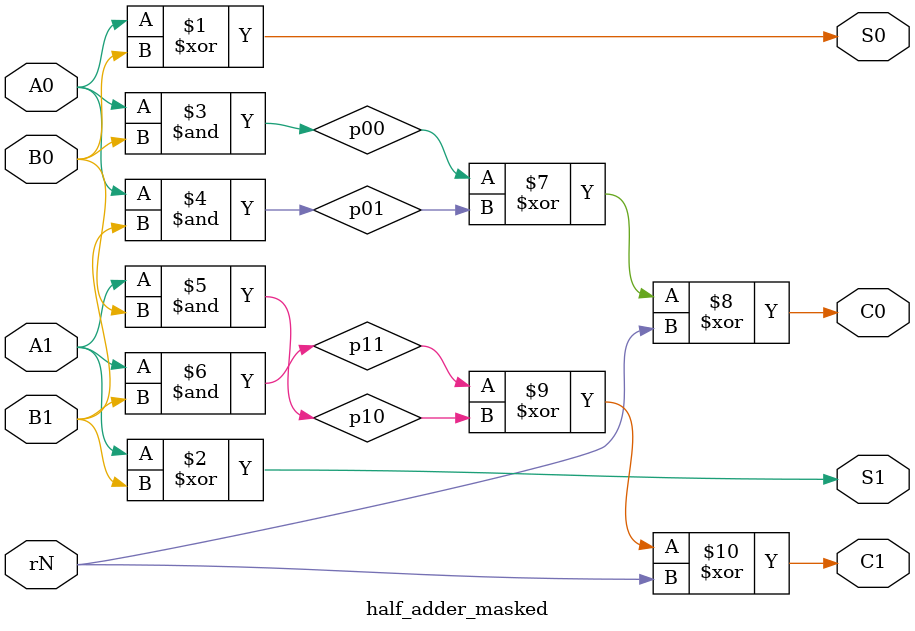
<source format=v>
module half_adder_masked (
  input  wire A0,
  input  wire A1,
  input  wire B0,
  input  wire B1,
  input  wire rN,
  output wire S0,
  output wire S1,
  output wire C0,
  output wire C1
);

  // Sum (linear)
  assign S0 = A0 ^ B0;
  assign S1 = A1 ^ B1;

  // Carry (masked AND)
  wire p00, p01, p10, p11;
  assign p00 = A0 & B0;
  assign p01 = A0 & B1;
  assign p10 = A1 & B0;
  assign p11 = A1 & B1;

  assign C0 = p00 ^ p01 ^ rN;
  assign C1 = p11 ^ p10 ^ rN;

endmodule

</source>
